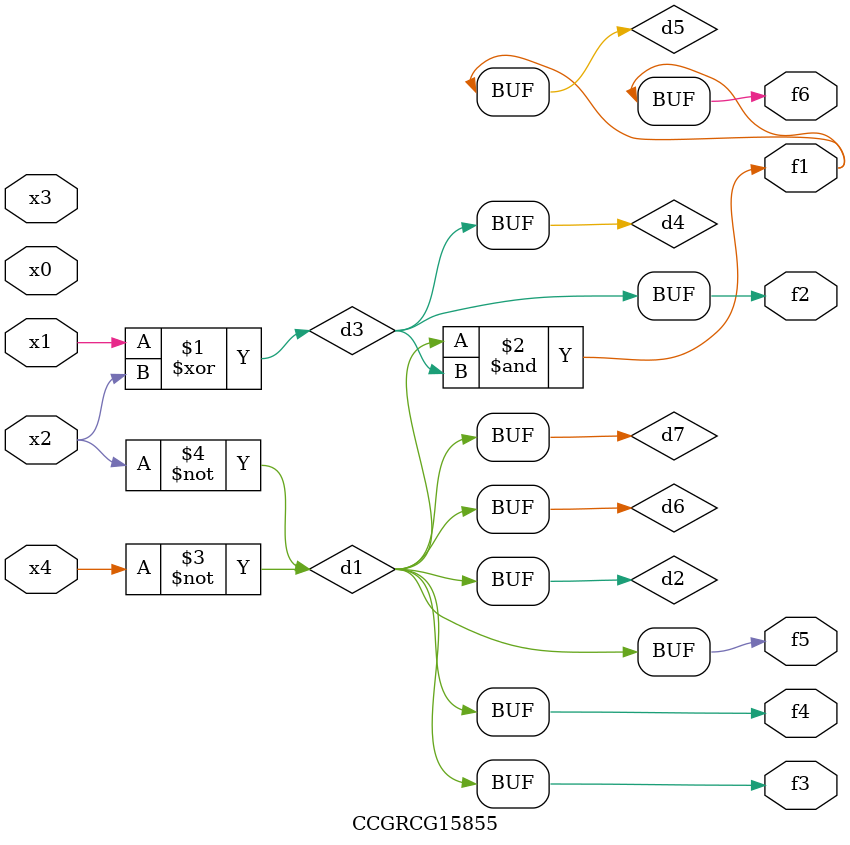
<source format=v>
module CCGRCG15855(
	input x0, x1, x2, x3, x4,
	output f1, f2, f3, f4, f5, f6
);

	wire d1, d2, d3, d4, d5, d6, d7;

	not (d1, x4);
	not (d2, x2);
	xor (d3, x1, x2);
	buf (d4, d3);
	and (d5, d1, d3);
	buf (d6, d1, d2);
	buf (d7, d2);
	assign f1 = d5;
	assign f2 = d4;
	assign f3 = d7;
	assign f4 = d7;
	assign f5 = d7;
	assign f6 = d5;
endmodule

</source>
